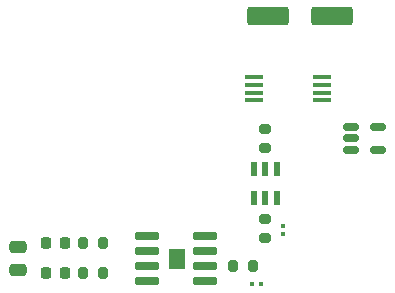
<source format=gbr>
%TF.GenerationSoftware,KiCad,Pcbnew,7.0.10*%
%TF.CreationDate,2024-07-15T19:27:34-03:00*%
%TF.ProjectId,board,626f6172-642e-46b6-9963-61645f706362,rev?*%
%TF.SameCoordinates,Original*%
%TF.FileFunction,Paste,Top*%
%TF.FilePolarity,Positive*%
%FSLAX46Y46*%
G04 Gerber Fmt 4.6, Leading zero omitted, Abs format (unit mm)*
G04 Created by KiCad (PCBNEW 7.0.10) date 2024-07-15 19:27:34*
%MOMM*%
%LPD*%
G01*
G04 APERTURE LIST*
G04 Aperture macros list*
%AMRoundRect*
0 Rectangle with rounded corners*
0 $1 Rounding radius*
0 $2 $3 $4 $5 $6 $7 $8 $9 X,Y pos of 4 corners*
0 Add a 4 corners polygon primitive as box body*
4,1,4,$2,$3,$4,$5,$6,$7,$8,$9,$2,$3,0*
0 Add four circle primitives for the rounded corners*
1,1,$1+$1,$2,$3*
1,1,$1+$1,$4,$5*
1,1,$1+$1,$6,$7*
1,1,$1+$1,$8,$9*
0 Add four rect primitives between the rounded corners*
20,1,$1+$1,$2,$3,$4,$5,0*
20,1,$1+$1,$4,$5,$6,$7,0*
20,1,$1+$1,$6,$7,$8,$9,0*
20,1,$1+$1,$8,$9,$2,$3,0*%
G04 Aperture macros list end*
%ADD10C,0.010000*%
%ADD11RoundRect,0.218750X0.218750X0.256250X-0.218750X0.256250X-0.218750X-0.256250X0.218750X-0.256250X0*%
%ADD12RoundRect,0.200000X-0.200000X-0.275000X0.200000X-0.275000X0.200000X0.275000X-0.200000X0.275000X0*%
%ADD13RoundRect,0.250000X-0.475000X0.250000X-0.475000X-0.250000X0.475000X-0.250000X0.475000X0.250000X0*%
%ADD14RoundRect,0.079500X-0.100500X0.079500X-0.100500X-0.079500X0.100500X-0.079500X0.100500X0.079500X0*%
%ADD15RoundRect,0.150000X-0.512500X-0.150000X0.512500X-0.150000X0.512500X0.150000X-0.512500X0.150000X0*%
%ADD16RoundRect,0.075000X0.910000X0.225000X-0.910000X0.225000X-0.910000X-0.225000X0.910000X-0.225000X0*%
%ADD17RoundRect,0.200000X0.200000X0.275000X-0.200000X0.275000X-0.200000X-0.275000X0.200000X-0.275000X0*%
%ADD18RoundRect,0.250000X-1.500000X-0.550000X1.500000X-0.550000X1.500000X0.550000X-1.500000X0.550000X0*%
%ADD19RoundRect,0.050000X-0.730000X-0.150000X0.730000X-0.150000X0.730000X0.150000X-0.730000X0.150000X0*%
%ADD20RoundRect,0.200000X0.275000X-0.200000X0.275000X0.200000X-0.275000X0.200000X-0.275000X-0.200000X0*%
%ADD21RoundRect,0.079500X0.079500X0.100500X-0.079500X0.100500X-0.079500X-0.100500X0.079500X-0.100500X0*%
%ADD22RoundRect,0.200000X-0.275000X0.200000X-0.275000X-0.200000X0.275000X-0.200000X0.275000X0.200000X0*%
%ADD23R,0.590000X1.210000*%
G04 APERTURE END LIST*
%TO.C,U2*%
D10*
X137870000Y-105493400D02*
X136580000Y-105493400D01*
X136580000Y-103853400D01*
X137870000Y-103853400D01*
X137870000Y-105493400D01*
G36*
X137870000Y-105493400D02*
G01*
X136580000Y-105493400D01*
X136580000Y-103853400D01*
X137870000Y-103853400D01*
X137870000Y-105493400D01*
G37*
%TD*%
D11*
%TO.C,D1*%
X127787500Y-103403400D03*
X126212500Y-103403400D03*
%TD*%
D12*
%TO.C,R2*%
X129350000Y-105943400D03*
X131000000Y-105943400D03*
%TD*%
D13*
%TO.C,C4*%
X123825000Y-103723400D03*
X123825000Y-105623400D03*
%TD*%
D14*
%TO.C,C3*%
X146304000Y-101915400D03*
X146304000Y-102605400D03*
%TD*%
D15*
%TO.C,U4*%
X152030000Y-93563400D03*
X152030000Y-94513400D03*
X152030000Y-95463400D03*
X154305000Y-95463400D03*
X154305000Y-93563400D03*
%TD*%
D12*
%TO.C,R1*%
X129350000Y-103403400D03*
X131000000Y-103403400D03*
%TD*%
D16*
%TO.C,U2*%
X139700000Y-106578400D03*
X139700000Y-105308400D03*
X139700000Y-104038400D03*
X139700000Y-102768400D03*
X134750000Y-102768400D03*
X134750000Y-104038400D03*
X134750000Y-105308400D03*
X134750000Y-106578400D03*
%TD*%
D17*
%TO.C,R3*%
X143700000Y-105308400D03*
X142050000Y-105308400D03*
%TD*%
D18*
%TO.C,C1*%
X145001000Y-84150200D03*
X150401000Y-84150200D03*
%TD*%
D19*
%TO.C,Q1*%
X143805000Y-89347400D03*
X143805000Y-89997400D03*
X143805000Y-90647400D03*
X143805000Y-91297400D03*
X149565000Y-91297400D03*
X149565000Y-90647400D03*
X149565000Y-89997400D03*
X149565000Y-89347400D03*
%TD*%
D11*
%TO.C,D2*%
X127787500Y-105943400D03*
X126212500Y-105943400D03*
%TD*%
D20*
%TO.C,R5*%
X144780000Y-102958400D03*
X144780000Y-101308400D03*
%TD*%
D21*
%TO.C,C2*%
X144363000Y-106832400D03*
X143673000Y-106832400D03*
%TD*%
D22*
%TO.C,R4*%
X144780000Y-93688400D03*
X144780000Y-95338400D03*
%TD*%
D23*
%TO.C,U3*%
X145730000Y-97083400D03*
X144780000Y-97083400D03*
X143830000Y-97083400D03*
X143830000Y-99593400D03*
X144780000Y-99593400D03*
X145730000Y-99593400D03*
%TD*%
M02*

</source>
